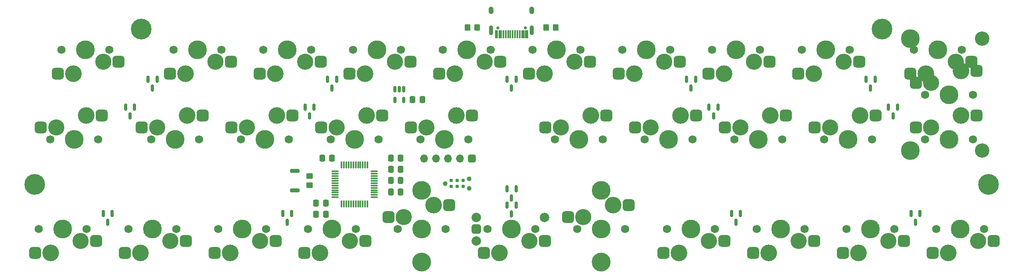
<source format=gbr>
%TF.GenerationSoftware,KiCad,Pcbnew,(7.0.0)*%
%TF.CreationDate,2024-03-03T18:31:53+01:00*%
%TF.ProjectId,kicad_tsuru,6b696361-645f-4747-9375-72752e6b6963,rev?*%
%TF.SameCoordinates,Original*%
%TF.FileFunction,Soldermask,Bot*%
%TF.FilePolarity,Negative*%
%FSLAX46Y46*%
G04 Gerber Fmt 4.6, Leading zero omitted, Abs format (unit mm)*
G04 Created by KiCad (PCBNEW (7.0.0)) date 2024-03-03 18:31:53*
%MOMM*%
%LPD*%
G01*
G04 APERTURE LIST*
G04 Aperture macros list*
%AMRoundRect*
0 Rectangle with rounded corners*
0 $1 Rounding radius*
0 $2 $3 $4 $5 $6 $7 $8 $9 X,Y pos of 4 corners*
0 Add a 4 corners polygon primitive as box body*
4,1,4,$2,$3,$4,$5,$6,$7,$8,$9,$2,$3,0*
0 Add four circle primitives for the rounded corners*
1,1,$1+$1,$2,$3*
1,1,$1+$1,$4,$5*
1,1,$1+$1,$6,$7*
1,1,$1+$1,$8,$9*
0 Add four rect primitives between the rounded corners*
20,1,$1+$1,$2,$3,$4,$5,0*
20,1,$1+$1,$4,$5,$6,$7,0*
20,1,$1+$1,$6,$7,$8,$9,0*
20,1,$1+$1,$8,$9,$2,$3,0*%
G04 Aperture macros list end*
%ADD10C,1.750000*%
%ADD11C,3.987800*%
%ADD12RoundRect,0.625000X-0.650000X-0.625000X0.650000X-0.625000X0.650000X0.625000X-0.650000X0.625000X0*%
%ADD13C,3.420000*%
%ADD14C,3.523634*%
%ADD15RoundRect,0.625000X0.650000X0.625000X-0.650000X0.625000X-0.650000X-0.625000X0.650000X-0.625000X0*%
%ADD16C,2.000000*%
%ADD17RoundRect,0.500000X-0.500000X-0.500000X0.500000X-0.500000X0.500000X0.500000X-0.500000X0.500000X0*%
%ADD18RoundRect,0.425000X-0.425000X0.425000X-0.425000X-0.425000X0.425000X-0.425000X0.425000X0.425000X0*%
%ADD19O,1.700000X1.700000*%
%ADD20C,0.700000*%
%ADD21C,4.400000*%
%ADD22C,3.048000*%
%ADD23C,4.000000*%
%ADD24RoundRect,0.250000X-0.337500X-0.475000X0.337500X-0.475000X0.337500X0.475000X-0.337500X0.475000X0*%
%ADD25RoundRect,0.150000X-0.150000X0.512500X-0.150000X-0.512500X0.150000X-0.512500X0.150000X0.512500X0*%
%ADD26RoundRect,0.200000X-0.800000X0.200000X-0.800000X-0.200000X0.800000X-0.200000X0.800000X0.200000X0*%
%ADD27RoundRect,0.150000X-0.150000X0.587500X-0.150000X-0.587500X0.150000X-0.587500X0.150000X0.587500X0*%
%ADD28C,0.990600*%
%ADD29C,0.787400*%
%ADD30RoundRect,0.250000X0.337500X0.475000X-0.337500X0.475000X-0.337500X-0.475000X0.337500X-0.475000X0*%
%ADD31RoundRect,0.250000X-0.350000X-0.450000X0.350000X-0.450000X0.350000X0.450000X-0.350000X0.450000X0*%
%ADD32RoundRect,0.250000X0.350000X0.450000X-0.350000X0.450000X-0.350000X-0.450000X0.350000X-0.450000X0*%
%ADD33RoundRect,0.250000X-0.450000X0.350000X-0.450000X-0.350000X0.450000X-0.350000X0.450000X0.350000X0*%
%ADD34C,0.650000*%
%ADD35R,0.300000X1.750000*%
%ADD36O,1.000000X1.600000*%
%ADD37O,0.900000X2.100000*%
%ADD38RoundRect,0.075000X0.075000X-0.662500X0.075000X0.662500X-0.075000X0.662500X-0.075000X-0.662500X0*%
%ADD39RoundRect,0.075000X0.662500X-0.075000X0.662500X0.075000X-0.662500X0.075000X-0.662500X-0.075000X0*%
G04 APERTURE END LIST*
D10*
%TO.C,MX19*%
X214124375Y-71806250D03*
D11*
X219204375Y-71806250D03*
D10*
X224284375Y-71806250D03*
D12*
X212119375Y-69266250D03*
D13*
X215394375Y-69266250D03*
D14*
X221744375Y-66726250D03*
D12*
X225046375Y-66726250D03*
%TD*%
D10*
%TO.C,MX6*%
X162371875Y-52756250D03*
D11*
X157291875Y-52756250D03*
D10*
X152211875Y-52756250D03*
D15*
X164376875Y-55296250D03*
D13*
X161101875Y-55296250D03*
D14*
X154751875Y-57836250D03*
D15*
X151449875Y-57836250D03*
%TD*%
D10*
%TO.C,MX30*%
X248096875Y-90856250D03*
D11*
X243016875Y-90856250D03*
D10*
X237936875Y-90856250D03*
D15*
X250101875Y-93396250D03*
D13*
X246826875Y-93396250D03*
D14*
X240476875Y-95936250D03*
D15*
X237174875Y-95936250D03*
%TD*%
D10*
%TO.C,MX31*%
X152846875Y-90856250D03*
D11*
X147766875Y-90856250D03*
D10*
X142686875Y-90856250D03*
D15*
X154851875Y-93396250D03*
D13*
X151576875Y-93396250D03*
D14*
X145226875Y-95936250D03*
D15*
X141924875Y-95936250D03*
%TD*%
D10*
%TO.C,MX25*%
X123636875Y-90856250D03*
D11*
X128716875Y-90856250D03*
D10*
X133796875Y-90856250D03*
D12*
X121631875Y-88316250D03*
D13*
X124906875Y-88316250D03*
D14*
X131256875Y-85776250D03*
D12*
X134558875Y-85776250D03*
%TD*%
D10*
%TO.C,MX16*%
X156974375Y-71806250D03*
D11*
X162054375Y-71806250D03*
D10*
X167134375Y-71806250D03*
D12*
X154969375Y-69266250D03*
D13*
X158244375Y-69266250D03*
D14*
X164594375Y-66726250D03*
D12*
X167896375Y-66726250D03*
%TD*%
D10*
%TO.C,MX18*%
X195074375Y-71806250D03*
D11*
X200154375Y-71806250D03*
D10*
X205234375Y-71806250D03*
D12*
X193069375Y-69266250D03*
D13*
X196344375Y-69266250D03*
D14*
X202694375Y-66726250D03*
D12*
X205996375Y-66726250D03*
%TD*%
D10*
%TO.C,MX3*%
X105221875Y-52756250D03*
D11*
X100141875Y-52756250D03*
D10*
X95061875Y-52756250D03*
D15*
X107226875Y-55296250D03*
D13*
X103951875Y-55296250D03*
D14*
X97601875Y-57836250D03*
D15*
X94299875Y-57836250D03*
%TD*%
D16*
%TO.C,SW1*%
X140266875Y-88356250D03*
X140266875Y-93356250D03*
D17*
X140266875Y-90856250D03*
D16*
X154766875Y-93356250D03*
X154766875Y-88356250D03*
%TD*%
D10*
%TO.C,MX5*%
X143321875Y-52756250D03*
D11*
X138241875Y-52756250D03*
D10*
X133161875Y-52756250D03*
D15*
X145326875Y-55296250D03*
D13*
X142051875Y-55296250D03*
D14*
X135701875Y-57836250D03*
D15*
X132399875Y-57836250D03*
%TD*%
D18*
%TO.C,J3*%
X139376875Y-75876250D03*
D19*
X136836874Y-75876249D03*
X134296874Y-75876249D03*
X131756874Y-75876249D03*
X129216874Y-75876249D03*
%TD*%
D10*
%TO.C,MX12*%
X71249375Y-71806250D03*
D11*
X76329375Y-71806250D03*
D10*
X81409375Y-71806250D03*
D12*
X69244375Y-69266250D03*
D13*
X72519375Y-69266250D03*
D14*
X78869375Y-66726250D03*
D12*
X82171375Y-66726250D03*
%TD*%
D20*
%TO.C,H3*%
X44913735Y-81331322D03*
X45397009Y-80164596D03*
X45397009Y-82498048D03*
X46563735Y-79681322D03*
D21*
X46563735Y-81331322D03*
D20*
X46563735Y-82981322D03*
X47730461Y-80164596D03*
X47730461Y-82498048D03*
X48213735Y-81331322D03*
%TD*%
D10*
%TO.C,MX24*%
X114746875Y-90856250D03*
D11*
X109666875Y-90856250D03*
D10*
X104586875Y-90856250D03*
D15*
X116751875Y-93396250D03*
D13*
X113476875Y-93396250D03*
D14*
X107126875Y-95936250D03*
D15*
X103824875Y-95936250D03*
%TD*%
D10*
%TO.C,MX22*%
X76646875Y-90856250D03*
D11*
X71566875Y-90856250D03*
D10*
X66486875Y-90856250D03*
D15*
X78651875Y-93396250D03*
D13*
X75376875Y-93396250D03*
D14*
X69026875Y-95936250D03*
D15*
X65724875Y-95936250D03*
%TD*%
D10*
%TO.C,MX29*%
X229046875Y-90856250D03*
D11*
X223966875Y-90856250D03*
D10*
X218886875Y-90856250D03*
D15*
X231051875Y-93396250D03*
D13*
X227776875Y-93396250D03*
D14*
X221426875Y-95936250D03*
D15*
X218124875Y-95936250D03*
%TD*%
D20*
%TO.C,H1*%
X67535667Y-48291395D03*
X68018941Y-47124669D03*
X68018941Y-49458121D03*
X69185667Y-46641395D03*
D21*
X69185667Y-48291395D03*
D20*
X69185667Y-49941395D03*
X70352393Y-47124669D03*
X70352393Y-49458121D03*
X70835667Y-48291395D03*
%TD*%
D10*
%TO.C,MX17*%
X176024375Y-71806250D03*
D11*
X181104375Y-71806250D03*
D10*
X186184375Y-71806250D03*
D12*
X174019375Y-69266250D03*
D13*
X177294375Y-69266250D03*
D14*
X183644375Y-66726250D03*
D12*
X186946375Y-66726250D03*
%TD*%
D10*
%TO.C,MX15*%
X128399375Y-71806250D03*
D11*
X133479375Y-71806250D03*
D10*
X138559375Y-71806250D03*
D12*
X126394375Y-69266250D03*
D13*
X129669375Y-69266250D03*
D14*
X136019375Y-66726250D03*
D12*
X139321375Y-66726250D03*
%TD*%
D10*
%TO.C,MX21*%
X57596875Y-90856250D03*
D11*
X52516875Y-90856250D03*
D10*
X47436875Y-90856250D03*
D15*
X59601875Y-93396250D03*
D13*
X56326875Y-93396250D03*
D14*
X49976875Y-95936250D03*
D15*
X46674875Y-95936250D03*
%TD*%
D10*
%TO.C,MX27*%
X190946875Y-90856250D03*
D11*
X185866875Y-90856250D03*
D10*
X180786875Y-90856250D03*
D15*
X192951875Y-93396250D03*
D13*
X189676875Y-93396250D03*
D14*
X183326875Y-95936250D03*
D15*
X180024875Y-95936250D03*
%TD*%
D10*
%TO.C,MX7*%
X181421875Y-52756250D03*
D11*
X176341875Y-52756250D03*
D10*
X171261875Y-52756250D03*
D15*
X183426875Y-55296250D03*
D13*
X180151875Y-55296250D03*
D14*
X173801875Y-57836250D03*
D15*
X170499875Y-57836250D03*
%TD*%
D10*
%TO.C,MX26*%
X161736875Y-90856250D03*
D11*
X166816875Y-90856250D03*
D10*
X171896875Y-90856250D03*
D12*
X159731875Y-88316250D03*
D13*
X163006875Y-88316250D03*
D14*
X169356875Y-85776250D03*
D12*
X172658875Y-85776250D03*
%TD*%
D10*
%TO.C,MX20*%
X235555625Y-71806250D03*
D11*
X240635625Y-71806250D03*
D10*
X245715625Y-71806250D03*
D12*
X233550625Y-69266250D03*
D13*
X236825625Y-69266250D03*
D14*
X243175625Y-66726250D03*
D12*
X246477625Y-66726250D03*
%TD*%
D11*
%TO.C,S2*%
X232380625Y-50375000D03*
X232380625Y-74187500D03*
D22*
X247620625Y-50375000D03*
X247620625Y-74187500D03*
%TD*%
D10*
%TO.C,MX4*%
X124271875Y-52756250D03*
D11*
X119191875Y-52756250D03*
D10*
X114111875Y-52756250D03*
D15*
X126276875Y-55296250D03*
D13*
X123001875Y-55296250D03*
D14*
X116651875Y-57836250D03*
D15*
X113349875Y-57836250D03*
%TD*%
D10*
%TO.C,MX32*%
X235555625Y-62281250D03*
D11*
X240635625Y-62281250D03*
D10*
X245715625Y-62281250D03*
D12*
X233550625Y-59741250D03*
D13*
X236825625Y-59741250D03*
D14*
X243175625Y-57201250D03*
D12*
X246477625Y-57201250D03*
%TD*%
D10*
%TO.C,MX14*%
X109349375Y-71806250D03*
D11*
X114429375Y-71806250D03*
D10*
X119509375Y-71806250D03*
D12*
X107344375Y-69266250D03*
D13*
X110619375Y-69266250D03*
D14*
X116969375Y-66726250D03*
D12*
X120271375Y-66726250D03*
%TD*%
D10*
%TO.C,MX23*%
X95696875Y-90856250D03*
D11*
X90616875Y-90856250D03*
D10*
X85536875Y-90856250D03*
D15*
X97701875Y-93396250D03*
D13*
X94426875Y-93396250D03*
D14*
X88076875Y-95936250D03*
D15*
X84774875Y-95936250D03*
%TD*%
D20*
%TO.C,H2*%
X224698563Y-48291395D03*
X225181837Y-47124669D03*
X225181837Y-49458121D03*
X226348563Y-46641395D03*
D21*
X226348563Y-48291395D03*
D20*
X226348563Y-49941395D03*
X227515289Y-47124669D03*
X227515289Y-49458121D03*
X227998563Y-48291395D03*
%TD*%
%TO.C,H4*%
X247320495Y-81331322D03*
X247803769Y-80164596D03*
X247803769Y-82498048D03*
X248970495Y-79681322D03*
D21*
X248970495Y-81331322D03*
D20*
X248970495Y-82981322D03*
X250137221Y-80164596D03*
X250137221Y-82498048D03*
X250620495Y-81331322D03*
%TD*%
D10*
%TO.C,MX1*%
X62359375Y-52756250D03*
D11*
X57279375Y-52756250D03*
D10*
X52199375Y-52756250D03*
D15*
X64364375Y-55296250D03*
D13*
X61089375Y-55296250D03*
D14*
X54739375Y-57836250D03*
D15*
X51437375Y-57836250D03*
%TD*%
D10*
%TO.C,MX28*%
X209996875Y-90856250D03*
D11*
X204916875Y-90856250D03*
D10*
X199836875Y-90856250D03*
D15*
X212001875Y-93396250D03*
D13*
X208726875Y-93396250D03*
D14*
X202376875Y-95936250D03*
D15*
X199074875Y-95936250D03*
%TD*%
D10*
%TO.C,MX10*%
X243334375Y-52756250D03*
D11*
X238254375Y-52756250D03*
D10*
X233174375Y-52756250D03*
D15*
X245339375Y-55296250D03*
D13*
X242064375Y-55296250D03*
D14*
X235714375Y-57836250D03*
D15*
X232412375Y-57836250D03*
%TD*%
D10*
%TO.C,MX2*%
X86171875Y-52756250D03*
D11*
X81091875Y-52756250D03*
D10*
X76011875Y-52756250D03*
D15*
X88176875Y-55296250D03*
D13*
X84901875Y-55296250D03*
D14*
X78551875Y-57836250D03*
D15*
X75249875Y-57836250D03*
%TD*%
D23*
%TO.C,S1*%
X166816875Y-97841250D03*
D11*
X166816875Y-82601250D03*
D23*
X128716875Y-97841250D03*
D11*
X128716875Y-82601250D03*
%TD*%
D10*
%TO.C,MX11*%
X49818125Y-71806250D03*
D11*
X54898125Y-71806250D03*
D10*
X59978125Y-71806250D03*
D12*
X47813125Y-69266250D03*
D13*
X51088125Y-69266250D03*
D14*
X57438125Y-66726250D03*
D12*
X60740125Y-66726250D03*
%TD*%
D10*
%TO.C,MX8*%
X200471875Y-52756250D03*
D11*
X195391875Y-52756250D03*
D10*
X190311875Y-52756250D03*
D15*
X202476875Y-55296250D03*
D13*
X199201875Y-55296250D03*
D14*
X192851875Y-57836250D03*
D15*
X189549875Y-57836250D03*
%TD*%
D10*
%TO.C,MX13*%
X90299375Y-71806250D03*
D11*
X95379375Y-71806250D03*
D10*
X100459375Y-71806250D03*
D12*
X88294375Y-69266250D03*
D13*
X91569375Y-69266250D03*
D14*
X97919375Y-66726250D03*
D12*
X101221375Y-66726250D03*
%TD*%
D10*
%TO.C,MX9*%
X219521875Y-52756250D03*
D11*
X214441875Y-52756250D03*
D10*
X209361875Y-52756250D03*
D15*
X221526875Y-55296250D03*
D13*
X218251875Y-55296250D03*
D14*
X211901875Y-57836250D03*
D15*
X208599875Y-57836250D03*
%TD*%
D24*
%TO.C,C1*%
X126739375Y-63351250D03*
X128814375Y-63351250D03*
%TD*%
D25*
%TO.C,U2*%
X123004375Y-61143750D03*
X123954375Y-61143750D03*
X124904375Y-61143750D03*
X124904375Y-63418750D03*
X123004375Y-63418750D03*
%TD*%
D26*
%TO.C,SW3*%
X101729375Y-78437500D03*
X101729375Y-82637500D03*
%TD*%
D27*
%TO.C,D11*%
X61091875Y-87537500D03*
X62991875Y-87537500D03*
X62041875Y-89412500D03*
%TD*%
%TO.C,D15*%
X232541875Y-87537500D03*
X234441875Y-87537500D03*
X233491875Y-89412500D03*
%TD*%
%TO.C,D14*%
X194441875Y-87537500D03*
X196341875Y-87537500D03*
X195391875Y-89412500D03*
%TD*%
%TO.C,D10*%
X227779375Y-64915625D03*
X229679375Y-64915625D03*
X228729375Y-66790625D03*
%TD*%
D28*
%TO.C,J2*%
X133638125Y-81172500D03*
X138718125Y-80156500D03*
X138718125Y-82188500D03*
D29*
X134908125Y-80537500D03*
X134908125Y-81807500D03*
X136178125Y-80537500D03*
X136178125Y-81807500D03*
X137448125Y-80537500D03*
X137448125Y-81807500D03*
%TD*%
D30*
%TO.C,C5*%
X109666875Y-75775000D03*
X107591875Y-75775000D03*
%TD*%
D27*
%TO.C,D3*%
X146816875Y-58962500D03*
X148716875Y-58962500D03*
X147766875Y-60837500D03*
%TD*%
D31*
%TO.C,R2*%
X155101250Y-47993750D03*
X157101250Y-47993750D03*
%TD*%
D27*
%TO.C,D9*%
X189679375Y-64915625D03*
X191579375Y-64915625D03*
X190629375Y-66790625D03*
%TD*%
%TO.C,D6*%
X65854375Y-64915625D03*
X67754375Y-64915625D03*
X66804375Y-66790625D03*
%TD*%
D30*
%TO.C,C10*%
X108323125Y-87681250D03*
X106248125Y-87681250D03*
%TD*%
D27*
%TO.C,D7*%
X103954375Y-64915625D03*
X105854375Y-64915625D03*
X104904375Y-66790625D03*
%TD*%
D30*
%TO.C,C6*%
X108323125Y-85300000D03*
X106248125Y-85300000D03*
%TD*%
D32*
%TO.C,R1*%
X140432500Y-47993750D03*
X138432500Y-47993750D03*
%TD*%
D24*
%TO.C,C4*%
X122123125Y-78156250D03*
X124198125Y-78156250D03*
%TD*%
D27*
%TO.C,D5*%
X223016875Y-58962500D03*
X224916875Y-58962500D03*
X223966875Y-60837500D03*
%TD*%
%TO.C,D8*%
X146816875Y-82313727D03*
X148716875Y-82313727D03*
X147766875Y-84188727D03*
%TD*%
%TO.C,D4*%
X184916875Y-58962500D03*
X186816875Y-58962500D03*
X185866875Y-60837500D03*
%TD*%
D24*
%TO.C,C8*%
X122123125Y-82918750D03*
X124198125Y-82918750D03*
%TD*%
D27*
%TO.C,D2*%
X108716875Y-58962500D03*
X110616875Y-58962500D03*
X109666875Y-60837500D03*
%TD*%
D33*
%TO.C,R4*%
X104904375Y-79537500D03*
X104904375Y-81537500D03*
%TD*%
D34*
%TO.C,J1*%
X144876875Y-48053750D03*
X150656875Y-48053750D03*
D35*
X144416874Y-49393749D03*
X145216874Y-49393749D03*
X146516874Y-49393749D03*
X147516874Y-49393749D03*
X148016874Y-49393749D03*
X149016874Y-49393749D03*
X150316874Y-49393749D03*
X151116874Y-49393749D03*
X150816874Y-49393749D03*
X150016874Y-49393749D03*
X149516874Y-49393749D03*
X148516874Y-49393749D03*
X147016874Y-49393749D03*
X146016874Y-49393749D03*
X145516874Y-49393749D03*
X144716874Y-49393749D03*
D36*
X143446874Y-44373749D03*
D37*
X143446874Y-48553749D03*
D36*
X152086874Y-44373749D03*
D37*
X152086874Y-48553749D03*
%TD*%
D27*
%TO.C,D1*%
X70616875Y-58962500D03*
X72516875Y-58962500D03*
X71566875Y-60837500D03*
%TD*%
D38*
%TO.C,U3*%
X117179375Y-85493750D03*
X116679375Y-85493750D03*
X116179375Y-85493750D03*
X115679375Y-85493750D03*
X115179375Y-85493750D03*
X114679375Y-85493750D03*
X114179375Y-85493750D03*
X113679375Y-85493750D03*
X113179375Y-85493750D03*
X112679375Y-85493750D03*
X112179375Y-85493750D03*
X111679375Y-85493750D03*
D39*
X110266875Y-84081250D03*
X110266875Y-83581250D03*
X110266875Y-83081250D03*
X110266875Y-82581250D03*
X110266875Y-82081250D03*
X110266875Y-81581250D03*
X110266875Y-81081250D03*
X110266875Y-80581250D03*
X110266875Y-80081250D03*
X110266875Y-79581250D03*
X110266875Y-79081250D03*
X110266875Y-78581250D03*
D38*
X111679375Y-77168750D03*
X112179375Y-77168750D03*
X112679375Y-77168750D03*
X113179375Y-77168750D03*
X113679375Y-77168750D03*
X114179375Y-77168750D03*
X114679375Y-77168750D03*
X115179375Y-77168750D03*
X115679375Y-77168750D03*
X116179375Y-77168750D03*
X116679375Y-77168750D03*
X117179375Y-77168750D03*
D39*
X118591875Y-78581250D03*
X118591875Y-79081250D03*
X118591875Y-79581250D03*
X118591875Y-80081250D03*
X118591875Y-80581250D03*
X118591875Y-81081250D03*
X118591875Y-81581250D03*
X118591875Y-82081250D03*
X118591875Y-82581250D03*
X118591875Y-83081250D03*
X118591875Y-83581250D03*
X118591875Y-84081250D03*
%TD*%
D24*
%TO.C,C7*%
X122123125Y-80537500D03*
X124198125Y-80537500D03*
%TD*%
D27*
%TO.C,D12*%
X99191875Y-87537500D03*
X101091875Y-87537500D03*
X100141875Y-89412500D03*
%TD*%
%TO.C,D13*%
X146816875Y-85754981D03*
X148716875Y-85754981D03*
X147766875Y-87629981D03*
%TD*%
D24*
%TO.C,C9*%
X122123125Y-75775000D03*
X124198125Y-75775000D03*
%TD*%
M02*

</source>
